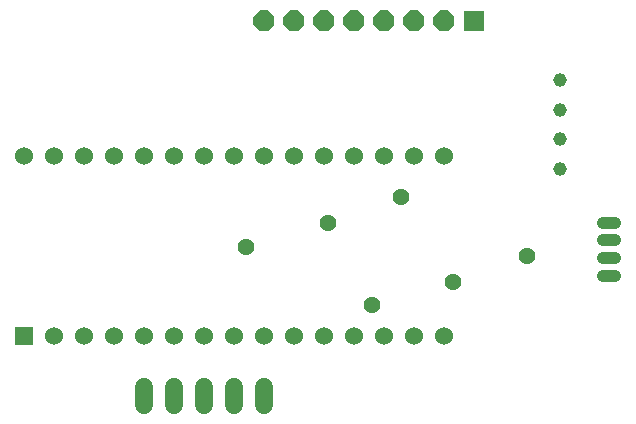
<source format=gbr>
G04 EAGLE Gerber RS-274X export*
G75*
%MOMM*%
%FSLAX34Y34*%
%LPD*%
%INTop Copper*%
%IPPOS*%
%AMOC8*
5,1,8,0,0,1.08239X$1,22.5*%
G01*
G04 Define Apertures*
%ADD10R,1.524000X1.524000*%
%ADD11C,1.524000*%
%ADD12C,1.524000*%
%ADD13C,1.148000*%
%ADD14C,1.008000*%
%ADD15C,1.430000*%
%ADD16P,1.92449X8X292.5*%
%ADD17R,1.778000X1.778000*%
D10*
X25400Y25400D03*
D11*
X50800Y25400D03*
X76200Y25400D03*
X101600Y25400D03*
X127000Y25400D03*
X152400Y25400D03*
X177800Y25400D03*
X203200Y25400D03*
X228600Y25400D03*
X254000Y25400D03*
X279400Y25400D03*
X304800Y25400D03*
X330200Y25400D03*
X355600Y25400D03*
X381000Y25400D03*
X381000Y177800D03*
X355600Y177800D03*
X330200Y177800D03*
X304800Y177800D03*
X279400Y177800D03*
X254000Y177800D03*
X228600Y177800D03*
X203200Y177800D03*
X177800Y177800D03*
X152400Y177800D03*
X127000Y177800D03*
X101600Y177800D03*
X76200Y177800D03*
X50800Y177800D03*
X25400Y177800D03*
D12*
X228600Y-17780D02*
X228600Y-33020D01*
X203200Y-33020D02*
X203200Y-17780D01*
X177800Y-17780D02*
X177800Y-33020D01*
X152400Y-33020D02*
X152400Y-17780D01*
X127000Y-17780D02*
X127000Y-33020D01*
D13*
X479200Y166980D03*
X479200Y191980D03*
X479200Y216980D03*
X479200Y241980D03*
D14*
X515660Y76200D02*
X525740Y76200D01*
X525740Y91200D02*
X515660Y91200D01*
X515660Y106200D02*
X525740Y106200D01*
X525740Y121200D02*
X515660Y121200D01*
D15*
X213409Y101050D03*
X319991Y51350D03*
X344347Y143088D03*
X450929Y93388D03*
X282301Y121000D03*
X388883Y71300D03*
D16*
X381000Y292100D03*
D17*
X406400Y292100D03*
D16*
X355600Y292100D03*
X330200Y292100D03*
X304800Y292100D03*
X279400Y292100D03*
X254000Y292100D03*
X228600Y292100D03*
M02*

</source>
